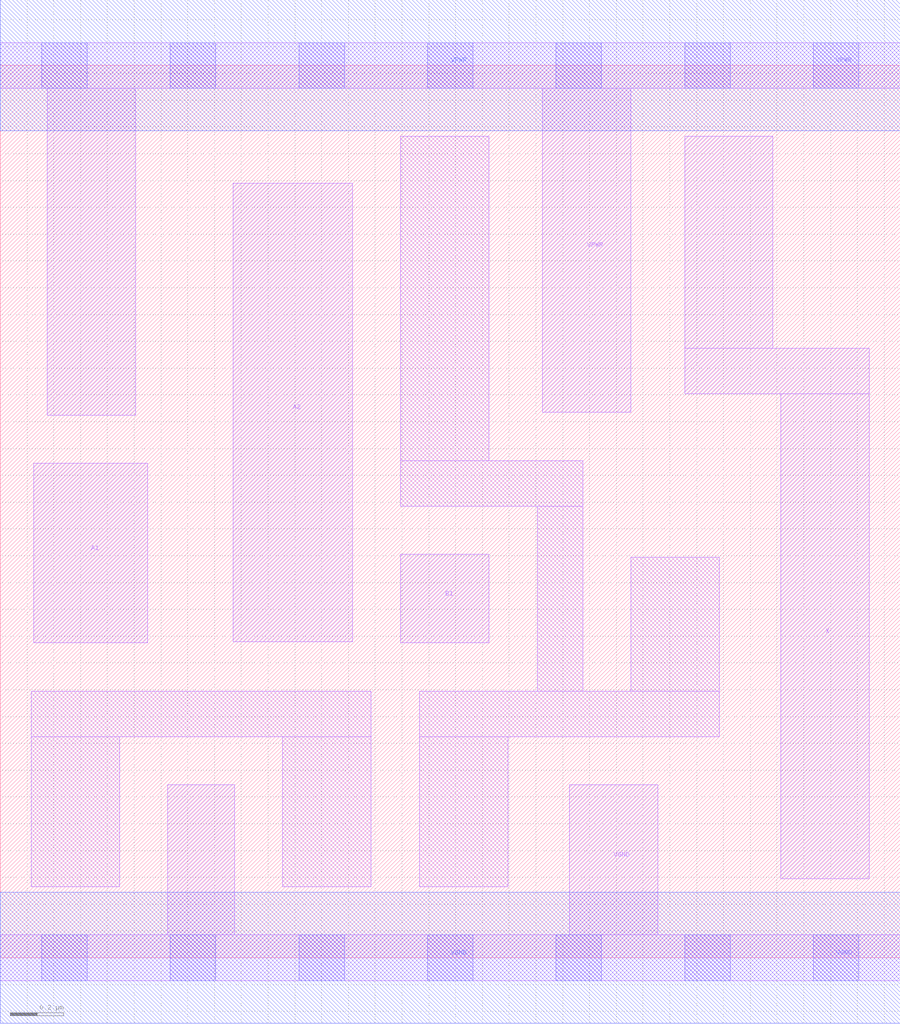
<source format=lef>
# Copyright 2020 The SkyWater PDK Authors
#
# Licensed under the Apache License, Version 2.0 (the "License");
# you may not use this file except in compliance with the License.
# You may obtain a copy of the License at
#
#     https://www.apache.org/licenses/LICENSE-2.0
#
# Unless required by applicable law or agreed to in writing, software
# distributed under the License is distributed on an "AS IS" BASIS,
# WITHOUT WARRANTIES OR CONDITIONS OF ANY KIND, either express or implied.
# See the License for the specific language governing permissions and
# limitations under the License.
#
# SPDX-License-Identifier: Apache-2.0

VERSION 5.7 ;
  NAMESCASESENSITIVE ON ;
  NOWIREEXTENSIONATPIN ON ;
  DIVIDERCHAR "/" ;
  BUSBITCHARS "[]" ;
UNITS
  DATABASE MICRONS 200 ;
END UNITS
MACRO sky130_fd_sc_lp__o21a_lp
  CLASS CORE ;
  SOURCE USER ;
  FOREIGN sky130_fd_sc_lp__o21a_lp ;
  ORIGIN  0.000000  0.000000 ;
  SIZE  3.360000 BY  3.330000 ;
  SYMMETRY X Y R90 ;
  SITE unit ;
  PIN A1
    ANTENNAGATEAREA  0.313000 ;
    DIRECTION INPUT ;
    USE SIGNAL ;
    PORT
      LAYER li1 ;
        RECT 0.125000 1.175000 0.550000 1.845000 ;
    END
  END A1
  PIN A2
    ANTENNAGATEAREA  0.313000 ;
    DIRECTION INPUT ;
    USE SIGNAL ;
    PORT
      LAYER li1 ;
        RECT 0.870000 1.180000 1.315000 2.890000 ;
    END
  END A2
  PIN B1
    ANTENNAGATEAREA  0.313000 ;
    DIRECTION INPUT ;
    USE SIGNAL ;
    PORT
      LAYER li1 ;
        RECT 1.495000 1.175000 1.825000 1.505000 ;
    END
  END B1
  PIN X
    ANTENNADIFFAREA  0.404700 ;
    DIRECTION OUTPUT ;
    USE SIGNAL ;
    PORT
      LAYER li1 ;
        RECT 2.555000 2.105000 3.245000 2.275000 ;
        RECT 2.555000 2.275000 2.885000 3.065000 ;
        RECT 2.915000 0.295000 3.245000 2.105000 ;
    END
  END X
  PIN VGND
    DIRECTION INOUT ;
    USE GROUND ;
    PORT
      LAYER li1 ;
        RECT 0.000000 -0.085000 3.360000 0.085000 ;
        RECT 0.625000  0.085000 0.875000 0.645000 ;
        RECT 2.125000  0.085000 2.455000 0.645000 ;
      LAYER mcon ;
        RECT 0.155000 -0.085000 0.325000 0.085000 ;
        RECT 0.635000 -0.085000 0.805000 0.085000 ;
        RECT 1.115000 -0.085000 1.285000 0.085000 ;
        RECT 1.595000 -0.085000 1.765000 0.085000 ;
        RECT 2.075000 -0.085000 2.245000 0.085000 ;
        RECT 2.555000 -0.085000 2.725000 0.085000 ;
        RECT 3.035000 -0.085000 3.205000 0.085000 ;
      LAYER met1 ;
        RECT 0.000000 -0.245000 3.360000 0.245000 ;
    END
  END VGND
  PIN VPWR
    DIRECTION INOUT ;
    USE POWER ;
    PORT
      LAYER li1 ;
        RECT 0.000000 3.245000 3.360000 3.415000 ;
        RECT 0.175000 2.025000 0.505000 3.245000 ;
        RECT 2.025000 2.035000 2.355000 3.245000 ;
      LAYER mcon ;
        RECT 0.155000 3.245000 0.325000 3.415000 ;
        RECT 0.635000 3.245000 0.805000 3.415000 ;
        RECT 1.115000 3.245000 1.285000 3.415000 ;
        RECT 1.595000 3.245000 1.765000 3.415000 ;
        RECT 2.075000 3.245000 2.245000 3.415000 ;
        RECT 2.555000 3.245000 2.725000 3.415000 ;
        RECT 3.035000 3.245000 3.205000 3.415000 ;
      LAYER met1 ;
        RECT 0.000000 3.085000 3.360000 3.575000 ;
    END
  END VPWR
  OBS
    LAYER li1 ;
      RECT 0.115000 0.265000 0.445000 0.825000 ;
      RECT 0.115000 0.825000 1.385000 0.995000 ;
      RECT 1.055000 0.265000 1.385000 0.825000 ;
      RECT 1.495000 1.685000 2.175000 1.855000 ;
      RECT 1.495000 1.855000 1.825000 3.065000 ;
      RECT 1.565000 0.265000 1.895000 0.825000 ;
      RECT 1.565000 0.825000 2.685000 0.995000 ;
      RECT 2.005000 0.995000 2.175000 1.685000 ;
      RECT 2.355000 0.995000 2.685000 1.495000 ;
  END
END sky130_fd_sc_lp__o21a_lp

</source>
